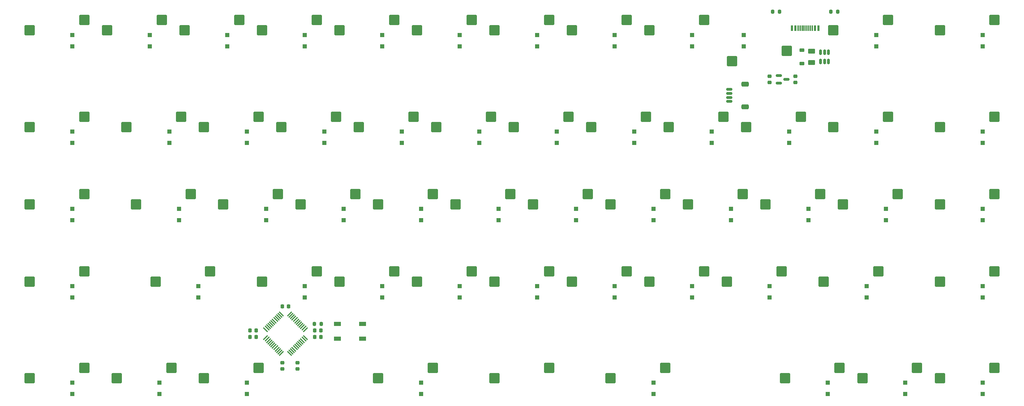
<source format=gbr>
%TF.GenerationSoftware,KiCad,Pcbnew,8.0.3*%
%TF.CreationDate,2024-09-04T21:35:23+02:00*%
%TF.ProjectId,alqaztraz,616c7161-7a74-4726-917a-2e6b69636164,rev?*%
%TF.SameCoordinates,Original*%
%TF.FileFunction,Paste,Bot*%
%TF.FilePolarity,Positive*%
%FSLAX46Y46*%
G04 Gerber Fmt 4.6, Leading zero omitted, Abs format (unit mm)*
G04 Created by KiCad (PCBNEW 8.0.3) date 2024-09-04 21:35:23*
%MOMM*%
%LPD*%
G01*
G04 APERTURE LIST*
G04 Aperture macros list*
%AMRoundRect*
0 Rectangle with rounded corners*
0 $1 Rounding radius*
0 $2 $3 $4 $5 $6 $7 $8 $9 X,Y pos of 4 corners*
0 Add a 4 corners polygon primitive as box body*
4,1,4,$2,$3,$4,$5,$6,$7,$8,$9,$2,$3,0*
0 Add four circle primitives for the rounded corners*
1,1,$1+$1,$2,$3*
1,1,$1+$1,$4,$5*
1,1,$1+$1,$6,$7*
1,1,$1+$1,$8,$9*
0 Add four rect primitives between the rounded corners*
20,1,$1+$1,$2,$3,$4,$5,0*
20,1,$1+$1,$4,$5,$6,$7,0*
20,1,$1+$1,$6,$7,$8,$9,0*
20,1,$1+$1,$8,$9,$2,$3,0*%
G04 Aperture macros list end*
%ADD10RoundRect,0.250000X0.300000X-0.300000X0.300000X0.300000X-0.300000X0.300000X-0.300000X-0.300000X0*%
%ADD11RoundRect,0.250000X1.025000X1.000000X-1.025000X1.000000X-1.025000X-1.000000X1.025000X-1.000000X0*%
%ADD12RoundRect,0.225000X-0.225000X-0.250000X0.225000X-0.250000X0.225000X0.250000X-0.225000X0.250000X0*%
%ADD13RoundRect,0.225000X0.250000X-0.225000X0.250000X0.225000X-0.250000X0.225000X-0.250000X-0.225000X0*%
%ADD14RoundRect,0.200000X-0.200000X-0.275000X0.200000X-0.275000X0.200000X0.275000X-0.200000X0.275000X0*%
%ADD15RoundRect,0.200000X0.200000X0.275000X-0.200000X0.275000X-0.200000X-0.275000X0.200000X-0.275000X0*%
%ADD16RoundRect,0.250000X-0.625000X0.375000X-0.625000X-0.375000X0.625000X-0.375000X0.625000X0.375000X0*%
%ADD17R,1.800000X1.100000*%
%ADD18RoundRect,0.150000X0.150000X-0.512500X0.150000X0.512500X-0.150000X0.512500X-0.150000X-0.512500X0*%
%ADD19RoundRect,0.225000X0.225000X0.250000X-0.225000X0.250000X-0.225000X-0.250000X0.225000X-0.250000X0*%
%ADD20RoundRect,0.225000X-0.375000X0.225000X-0.375000X-0.225000X0.375000X-0.225000X0.375000X0.225000X0*%
%ADD21R,0.600000X1.450000*%
%ADD22R,0.300000X1.450000*%
%ADD23RoundRect,0.250000X-1.025000X-1.000000X1.025000X-1.000000X1.025000X1.000000X-1.025000X1.000000X0*%
%ADD24RoundRect,0.250000X-0.300000X0.300000X-0.300000X-0.300000X0.300000X-0.300000X0.300000X0.300000X0*%
%ADD25RoundRect,0.225000X-0.250000X0.225000X-0.250000X-0.225000X0.250000X-0.225000X0.250000X0.225000X0*%
%ADD26RoundRect,0.075000X0.521491X-0.415425X-0.415425X0.521491X-0.521491X0.415425X0.415425X-0.521491X0*%
%ADD27RoundRect,0.075000X0.521491X0.415425X0.415425X0.521491X-0.521491X-0.415425X-0.415425X-0.521491X0*%
%ADD28RoundRect,0.150000X-0.625000X0.150000X-0.625000X-0.150000X0.625000X-0.150000X0.625000X0.150000X0*%
%ADD29RoundRect,0.250000X-0.650000X0.350000X-0.650000X-0.350000X0.650000X-0.350000X0.650000X0.350000X0*%
%ADD30RoundRect,0.150000X-0.587500X-0.150000X0.587500X-0.150000X0.587500X0.150000X-0.587500X0.150000X0*%
G04 APERTURE END LIST*
D10*
%TO.C,D55*%
X268287500Y-120462500D03*
X268287500Y-117662500D03*
%TD*%
D11*
%TO.C,MX54*%
X238702500Y-116522500D03*
X252152500Y-113982500D03*
%TD*%
D10*
%TO.C,D54*%
X249237500Y-120462500D03*
X249237500Y-117662500D03*
%TD*%
D11*
%TO.C,MX27*%
X81540000Y-73660000D03*
X94990000Y-71120000D03*
%TD*%
D10*
%TO.C,D8*%
X177800000Y-34737500D03*
X177800000Y-31937500D03*
%TD*%
D11*
%TO.C,MX18*%
X133927500Y-54610000D03*
X147377500Y-52070000D03*
%TD*%
%TO.C,MX20*%
X172027500Y-54610000D03*
X185477500Y-52070000D03*
%TD*%
D10*
%TO.C,D21*%
X201612500Y-58550000D03*
X201612500Y-55750000D03*
%TD*%
%TO.C,D30*%
X149225000Y-77600000D03*
X149225000Y-74800000D03*
%TD*%
%TO.C,D19*%
X163512500Y-58550000D03*
X163512500Y-55750000D03*
%TD*%
%TO.C,D42*%
X158750000Y-96650000D03*
X158750000Y-93850000D03*
%TD*%
D12*
%TO.C,C11*%
X96081250Y-98825000D03*
X97631250Y-98825000D03*
%TD*%
D11*
%TO.C,MX51*%
X119640000Y-116522500D03*
X133090000Y-113982500D03*
%TD*%
%TO.C,MX24*%
X257752500Y-54610000D03*
X271202500Y-52070000D03*
%TD*%
D13*
%TO.C,C2*%
X222250000Y-43637500D03*
X222250000Y-42087500D03*
%TD*%
D14*
%TO.C,R2*%
X230950000Y-26193750D03*
X232600000Y-26193750D03*
%TD*%
D11*
%TO.C,MX7*%
X148215000Y-30797500D03*
X161665000Y-28257500D03*
%TD*%
D15*
%TO.C,R3*%
X105600000Y-103187500D03*
X103950000Y-103187500D03*
%TD*%
D11*
%TO.C,MX46*%
X229177500Y-92710000D03*
X242627500Y-90170000D03*
%TD*%
%TO.C,MX29*%
X119640000Y-73660000D03*
X133090000Y-71120000D03*
%TD*%
D10*
%TO.C,D25*%
X44450000Y-77600000D03*
X44450000Y-74800000D03*
%TD*%
%TO.C,D45*%
X215900000Y-96650000D03*
X215900000Y-93850000D03*
%TD*%
%TO.C,D35*%
X244475000Y-77600000D03*
X244475000Y-74800000D03*
%TD*%
%TO.C,D9*%
X196850000Y-34737500D03*
X196850000Y-31937500D03*
%TD*%
%TO.C,D39*%
X101600000Y-96650000D03*
X101600000Y-93850000D03*
%TD*%
D11*
%TO.C,MX38*%
X64871250Y-92710000D03*
X78321250Y-90170000D03*
%TD*%
%TO.C,MX40*%
X110115000Y-92710000D03*
X123565000Y-90170000D03*
%TD*%
D16*
%TO.C,F1*%
X226218750Y-35906250D03*
X226218750Y-38706250D03*
%TD*%
D11*
%TO.C,MX45*%
X205365000Y-92710000D03*
X218815000Y-90170000D03*
%TD*%
D10*
%TO.C,D1*%
X44450000Y-34737500D03*
X44450000Y-31937500D03*
%TD*%
D11*
%TO.C,MX3*%
X72015000Y-30797500D03*
X85465000Y-28257500D03*
%TD*%
%TO.C,MX15*%
X76777500Y-54610000D03*
X90227500Y-52070000D03*
%TD*%
D10*
%TO.C,D53*%
X230187500Y-120462500D03*
X230187500Y-117662500D03*
%TD*%
%TO.C,D50*%
X87312500Y-120462500D03*
X87312500Y-117662500D03*
%TD*%
D11*
%TO.C,MX33*%
X195840000Y-73660000D03*
X209290000Y-71120000D03*
%TD*%
D17*
%TO.C,SW5*%
X115812500Y-103125000D03*
X109612500Y-103125000D03*
X115812500Y-106825000D03*
X109612500Y-106825000D03*
%TD*%
D11*
%TO.C,MX23*%
X231558750Y-54610000D03*
X245008750Y-52070000D03*
%TD*%
%TO.C,MX48*%
X33915000Y-116522500D03*
X47365000Y-113982500D03*
%TD*%
D10*
%TO.C,D38*%
X75406250Y-96650000D03*
X75406250Y-93850000D03*
%TD*%
%TO.C,D12*%
X268287500Y-34737500D03*
X268287500Y-31937500D03*
%TD*%
%TO.C,D31*%
X168275000Y-77600000D03*
X168275000Y-74800000D03*
%TD*%
%TO.C,D13*%
X44450000Y-58550000D03*
X44450000Y-55750000D03*
%TD*%
D18*
%TO.C,U2*%
X230343750Y-38443750D03*
X229393750Y-38443750D03*
X228443750Y-38443750D03*
X228443750Y-36168750D03*
X229393750Y-36168750D03*
X230343750Y-36168750D03*
%TD*%
D10*
%TO.C,D49*%
X65881250Y-120462500D03*
X65881250Y-117662500D03*
%TD*%
%TO.C,D27*%
X92075000Y-77600000D03*
X92075000Y-74800000D03*
%TD*%
%TO.C,D18*%
X144462500Y-58550000D03*
X144462500Y-55750000D03*
%TD*%
D11*
%TO.C,MX31*%
X157740000Y-73660000D03*
X171190000Y-71120000D03*
%TD*%
%TO.C,MX52*%
X176790000Y-116522500D03*
X190240000Y-113982500D03*
%TD*%
D10*
%TO.C,D48*%
X44450000Y-120462500D03*
X44450000Y-117662500D03*
%TD*%
%TO.C,D37*%
X44450000Y-96650000D03*
X44450000Y-93850000D03*
%TD*%
D11*
%TO.C,MX37*%
X33915000Y-92710000D03*
X47365000Y-90170000D03*
%TD*%
D10*
%TO.C,D23*%
X242093750Y-58550000D03*
X242093750Y-55750000D03*
%TD*%
D11*
%TO.C,MX56*%
X148215000Y-116522500D03*
X161665000Y-113982500D03*
%TD*%
%TO.C,MX9*%
X186315000Y-30797500D03*
X199765000Y-28257500D03*
%TD*%
D10*
%TO.C,D34*%
X225425000Y-77600000D03*
X225425000Y-74800000D03*
%TD*%
D11*
%TO.C,MX30*%
X138690000Y-73660000D03*
X152140000Y-71120000D03*
%TD*%
%TO.C,MX5*%
X110115000Y-30797500D03*
X123565000Y-28257500D03*
%TD*%
%TO.C,MX12*%
X257752500Y-30797500D03*
X271202500Y-28257500D03*
%TD*%
%TO.C,MX39*%
X91065000Y-92710000D03*
X104515000Y-90170000D03*
%TD*%
%TO.C,MX6*%
X129165000Y-30797500D03*
X142615000Y-28257500D03*
%TD*%
%TO.C,MX49*%
X55346250Y-116522500D03*
X68796250Y-113982500D03*
%TD*%
D10*
%TO.C,D29*%
X130175000Y-77600000D03*
X130175000Y-74800000D03*
%TD*%
D11*
%TO.C,MX44*%
X186315000Y-92710000D03*
X199765000Y-90170000D03*
%TD*%
D12*
%TO.C,C12*%
X104000000Y-106362500D03*
X105550000Y-106362500D03*
%TD*%
D11*
%TO.C,MX36*%
X257752500Y-73660000D03*
X271202500Y-71120000D03*
%TD*%
D10*
%TO.C,D15*%
X87312500Y-58550000D03*
X87312500Y-55750000D03*
%TD*%
D11*
%TO.C,MX43*%
X167265000Y-92710000D03*
X180715000Y-90170000D03*
%TD*%
%TO.C,MX21*%
X191077500Y-54610000D03*
X204527500Y-52070000D03*
%TD*%
D10*
%TO.C,D16*%
X106362500Y-58550000D03*
X106362500Y-55750000D03*
%TD*%
%TO.C,D20*%
X182562500Y-58550000D03*
X182562500Y-55750000D03*
%TD*%
D19*
%TO.C,C15*%
X89675000Y-106362500D03*
X88125000Y-106362500D03*
%TD*%
D10*
%TO.C,D36*%
X268287500Y-77600000D03*
X268287500Y-74800000D03*
%TD*%
D11*
%TO.C,MX13*%
X33915000Y-54610000D03*
X47365000Y-52070000D03*
%TD*%
D10*
%TO.C,D46*%
X239712500Y-96650000D03*
X239712500Y-93850000D03*
%TD*%
%TO.C,D6*%
X139700000Y-34737500D03*
X139700000Y-31937500D03*
%TD*%
%TO.C,D26*%
X70643750Y-77600000D03*
X70643750Y-74800000D03*
%TD*%
D11*
%TO.C,MX28*%
X100590000Y-73660000D03*
X114040000Y-71120000D03*
%TD*%
%TO.C,MX42*%
X148215000Y-92710000D03*
X161665000Y-90170000D03*
%TD*%
%TO.C,MX34*%
X214890000Y-73660000D03*
X228340000Y-71120000D03*
%TD*%
D10*
%TO.C,D5*%
X120650000Y-34737500D03*
X120650000Y-31937500D03*
%TD*%
%TO.C,D52*%
X187325000Y-120462500D03*
X187325000Y-117662500D03*
%TD*%
%TO.C,D47*%
X268287500Y-96650000D03*
X268287500Y-93850000D03*
%TD*%
D11*
%TO.C,MX53*%
X219652500Y-116522500D03*
X233102500Y-113982500D03*
%TD*%
D20*
%TO.C,D_PWR1*%
X223837500Y-35656250D03*
X223837500Y-38956250D03*
%TD*%
D10*
%TO.C,D24*%
X268287500Y-58550000D03*
X268287500Y-55750000D03*
%TD*%
%TO.C,D4*%
X101600000Y-34737500D03*
X101600000Y-31937500D03*
%TD*%
D21*
%TO.C,J1*%
X221381250Y-30238750D03*
X222181250Y-30238750D03*
D22*
X223381250Y-30238750D03*
X224381250Y-30238750D03*
X224881250Y-30238750D03*
X225881250Y-30238750D03*
D21*
X227081250Y-30238750D03*
X227881250Y-30238750D03*
X227881250Y-30238750D03*
X227081250Y-30238750D03*
D22*
X226381250Y-30238750D03*
X225381250Y-30238750D03*
X223881250Y-30238750D03*
X222881250Y-30238750D03*
D21*
X222181250Y-30238750D03*
X221381250Y-30238750D03*
%TD*%
D11*
%TO.C,MX47*%
X257752500Y-92710000D03*
X271202500Y-90170000D03*
%TD*%
D10*
%TO.C,D28*%
X111125000Y-77600000D03*
X111125000Y-74800000D03*
%TD*%
%TO.C,D11*%
X242093750Y-34737500D03*
X242093750Y-31937500D03*
%TD*%
D11*
%TO.C,MX32*%
X176790000Y-73660000D03*
X190240000Y-71120000D03*
%TD*%
D10*
%TO.C,D3*%
X82550000Y-34737500D03*
X82550000Y-31937500D03*
%TD*%
D11*
%TO.C,MX25*%
X33915000Y-73660000D03*
X47365000Y-71120000D03*
%TD*%
D10*
%TO.C,D40*%
X120650000Y-96650000D03*
X120650000Y-93850000D03*
%TD*%
%TO.C,D7*%
X158750000Y-34737500D03*
X158750000Y-31937500D03*
%TD*%
D11*
%TO.C,MX26*%
X60108750Y-73660000D03*
X73558750Y-71120000D03*
%TD*%
D23*
%TO.C,MX10*%
X220085000Y-35877500D03*
X206635000Y-38417500D03*
%TD*%
D11*
%TO.C,MX14*%
X57727500Y-54610000D03*
X71177500Y-52070000D03*
%TD*%
D15*
%TO.C,R1*%
X218312500Y-26193750D03*
X216662500Y-26193750D03*
%TD*%
D10*
%TO.C,D14*%
X68262500Y-58550000D03*
X68262500Y-55750000D03*
%TD*%
D24*
%TO.C,D10*%
X209550000Y-31937500D03*
X209550000Y-34737500D03*
%TD*%
D11*
%TO.C,MX1*%
X33915000Y-30797500D03*
X47365000Y-28257500D03*
%TD*%
D25*
%TO.C,C14*%
X96043750Y-112731250D03*
X96043750Y-114281250D03*
%TD*%
D10*
%TO.C,D33*%
X206375000Y-77600000D03*
X206375000Y-74800000D03*
%TD*%
%TO.C,D44*%
X196850000Y-96650000D03*
X196850000Y-93850000D03*
%TD*%
D26*
%TO.C,U1*%
X101725376Y-106567538D03*
X101371822Y-106921092D03*
X101018269Y-107274645D03*
X100664715Y-107628199D03*
X100311162Y-107981752D03*
X99957609Y-108335305D03*
X99604055Y-108688859D03*
X99250502Y-109042412D03*
X98896949Y-109395965D03*
X98543395Y-109749519D03*
X98189842Y-110103072D03*
X97836288Y-110456626D03*
D27*
X95838712Y-110456626D03*
X95485158Y-110103072D03*
X95131605Y-109749519D03*
X94778051Y-109395965D03*
X94424498Y-109042412D03*
X94070945Y-108688859D03*
X93717391Y-108335305D03*
X93363838Y-107981752D03*
X93010285Y-107628199D03*
X92656731Y-107274645D03*
X92303178Y-106921092D03*
X91949624Y-106567538D03*
D26*
X91949624Y-104569962D03*
X92303178Y-104216408D03*
X92656731Y-103862855D03*
X93010285Y-103509301D03*
X93363838Y-103155748D03*
X93717391Y-102802195D03*
X94070945Y-102448641D03*
X94424498Y-102095088D03*
X94778051Y-101741535D03*
X95131605Y-101387981D03*
X95485158Y-101034428D03*
X95838712Y-100680874D03*
D27*
X97836288Y-100680874D03*
X98189842Y-101034428D03*
X98543395Y-101387981D03*
X98896949Y-101741535D03*
X99250502Y-102095088D03*
X99604055Y-102448641D03*
X99957609Y-102802195D03*
X100311162Y-103155748D03*
X100664715Y-103509301D03*
X101018269Y-103862855D03*
X101371822Y-104216408D03*
X101725376Y-104569962D03*
%TD*%
D10*
%TO.C,D22*%
X220662500Y-58550000D03*
X220662500Y-55750000D03*
%TD*%
D11*
%TO.C,MX4*%
X91065000Y-30797500D03*
X104515000Y-28257500D03*
%TD*%
%TO.C,MX2*%
X52965000Y-30797500D03*
X66415000Y-28257500D03*
%TD*%
D12*
%TO.C,C13*%
X104000000Y-104775000D03*
X105550000Y-104775000D03*
%TD*%
D11*
%TO.C,MX41*%
X129165000Y-92710000D03*
X142615000Y-90170000D03*
%TD*%
%TO.C,MX11*%
X231558750Y-30797500D03*
X245008750Y-28257500D03*
%TD*%
D28*
%TO.C,J2*%
X205962500Y-45331250D03*
X205962500Y-46331250D03*
X205962500Y-47331250D03*
X205962500Y-48331250D03*
D29*
X209837500Y-44031250D03*
X209837500Y-49631250D03*
%TD*%
D10*
%TO.C,D2*%
X63500000Y-34737500D03*
X63500000Y-31937500D03*
%TD*%
D30*
%TO.C,U3*%
X218137500Y-43812500D03*
X218137500Y-41912500D03*
X220012500Y-42862500D03*
%TD*%
D11*
%TO.C,MX35*%
X233940000Y-73660000D03*
X247390000Y-71120000D03*
%TD*%
%TO.C,MX50*%
X76777500Y-116522500D03*
X90227500Y-113982500D03*
%TD*%
%TO.C,MX17*%
X114877500Y-54610000D03*
X128327500Y-52070000D03*
%TD*%
D10*
%TO.C,D41*%
X139700000Y-96650000D03*
X139700000Y-93850000D03*
%TD*%
D11*
%TO.C,MX22*%
X210127500Y-54610000D03*
X223577500Y-52070000D03*
%TD*%
%TO.C,MX16*%
X95827500Y-54610000D03*
X109277500Y-52070000D03*
%TD*%
%TO.C,MX8*%
X167265000Y-30797500D03*
X180715000Y-28257500D03*
%TD*%
D10*
%TO.C,D43*%
X177800000Y-96650000D03*
X177800000Y-93850000D03*
%TD*%
D11*
%TO.C,MX55*%
X257752500Y-116522500D03*
X271202500Y-113982500D03*
%TD*%
D10*
%TO.C,D17*%
X125412500Y-58550000D03*
X125412500Y-55750000D03*
%TD*%
D11*
%TO.C,MX19*%
X152977500Y-54610000D03*
X166427500Y-52070000D03*
%TD*%
D13*
%TO.C,C3*%
X215900000Y-43637500D03*
X215900000Y-42087500D03*
%TD*%
D10*
%TO.C,D51*%
X130175000Y-120462500D03*
X130175000Y-117662500D03*
%TD*%
D19*
%TO.C,C16*%
X89656250Y-104775000D03*
X88106250Y-104775000D03*
%TD*%
D10*
%TO.C,D32*%
X187325000Y-77600000D03*
X187325000Y-74800000D03*
%TD*%
D25*
%TO.C,C1*%
X99818750Y-112731250D03*
X99818750Y-114281250D03*
%TD*%
M02*

</source>
